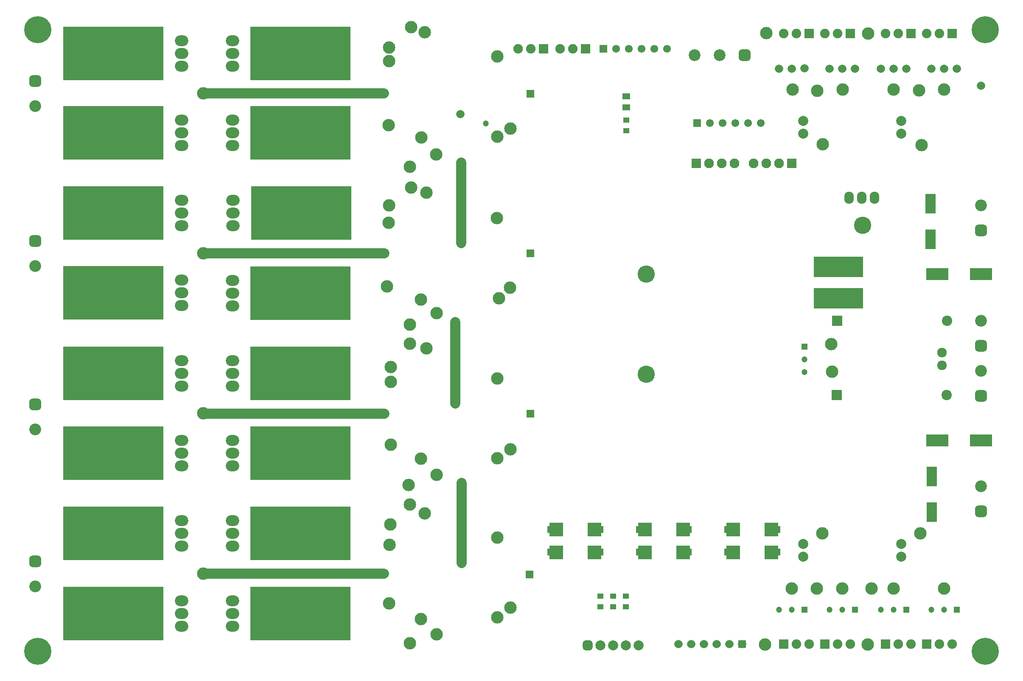
<source format=gbr>
%TF.GenerationSoftware,Altium Limited,Altium Designer,21.6.4 (81)*%
G04 Layer_Color=8388736*
%FSLAX43Y43*%
%MOMM*%
%TF.SameCoordinates,95A2699C-722C-4572-8EE5-7BEA9F810E30*%
%TF.FilePolarity,Negative*%
%TF.FileFunction,Soldermask,Top*%
%TF.Part,Single*%
G01*
G75*
%TA.AperFunction,SMDPad,CuDef*%
%ADD10R,1.508X1.157*%
%ADD11R,1.200X1.100*%
%ADD13R,2.108X1.397*%
%ADD15R,2.000X4.000*%
%TA.AperFunction,ComponentPad*%
%ADD23R,1.550X1.550*%
%ADD24C,1.550*%
%ADD33R,1.200X1.200*%
%ADD34C,1.200*%
%ADD37R,2.057X2.057*%
%ADD38C,2.057*%
%ADD43R,1.200X1.200*%
%TA.AperFunction,NonConductor*%
%ADD101C,2.000*%
%TA.AperFunction,ComponentPad*%
%ADD109C,2.489*%
%ADD110O,2.686X2.178*%
%ADD111C,4.972*%
%ADD112C,3.448*%
%ADD114C,2.000*%
G04:AMPARAMS|DCode=115|XSize=2mm|YSize=2mm|CornerRadius=0.6mm|HoleSize=0mm|Usage=FLASHONLY|Rotation=0.000|XOffset=0mm|YOffset=0mm|HoleType=Round|Shape=RoundedRectangle|*
%AMROUNDEDRECTD115*
21,1,2.000,0.800,0,0,0.0*
21,1,0.800,2.000,0,0,0.0*
1,1,1.200,0.400,-0.400*
1,1,1.200,-0.400,-0.400*
1,1,1.200,-0.400,0.400*
1,1,1.200,0.400,0.400*
%
%ADD115ROUNDEDRECTD115*%
%ADD116R,2.686X2.686*%
G04:AMPARAMS|DCode=117|XSize=2.35mm|YSize=2.35mm|CornerRadius=0.688mm|HoleSize=0mm|Usage=FLASHONLY|Rotation=90.000|XOffset=0mm|YOffset=0mm|HoleType=Round|Shape=RoundedRectangle|*
%AMROUNDEDRECTD117*
21,1,2.350,0.975,0,0,90.0*
21,1,0.975,2.350,0,0,90.0*
1,1,1.375,0.488,0.488*
1,1,1.375,0.488,-0.488*
1,1,1.375,-0.488,-0.488*
1,1,1.375,-0.488,0.488*
%
%ADD117ROUNDEDRECTD117*%
%ADD118C,2.350*%
%ADD119C,1.900*%
%ADD120R,1.900X1.900*%
%ADD121C,1.924*%
%ADD122C,1.950*%
%ADD123R,1.950X1.950*%
G04:AMPARAMS|DCode=124|XSize=2.35mm|YSize=2.35mm|CornerRadius=0.688mm|HoleSize=0mm|Usage=FLASHONLY|Rotation=180.000|XOffset=0mm|YOffset=0mm|HoleType=Round|Shape=RoundedRectangle|*
%AMROUNDEDRECTD124*
21,1,2.350,0.975,0,0,180.0*
21,1,0.975,2.350,0,0,180.0*
1,1,1.375,-0.488,0.488*
1,1,1.375,0.488,0.488*
1,1,1.375,0.488,-0.488*
1,1,1.375,-0.488,-0.488*
%
%ADD124ROUNDEDRECTD124*%
%TA.AperFunction,ViaPad*%
%ADD125C,5.400*%
%ADD126C,1.670*%
%ADD127C,1.200*%
%TA.AperFunction,NonConductor*%
%ADD131R,20.066X10.668*%
%TA.AperFunction,SMDPad,CuDef*%
%ADD134R,9.900X4.150*%
%ADD135R,4.500X2.400*%
%TA.AperFunction,ComponentPad*%
%ADD136O,1.924X2.432*%
D10*
X-77089Y114073D02*
D03*
Y116225D02*
D03*
D11*
Y111500D02*
D03*
Y109400D02*
D03*
X-77216Y16504D02*
D03*
Y14404D02*
D03*
X-79756D02*
D03*
Y16504D02*
D03*
X-82296Y14404D02*
D03*
Y16504D02*
D03*
D13*
X-82702Y25284D02*
D03*
Y29754D02*
D03*
X-91796D02*
D03*
Y25284D02*
D03*
X-47396D02*
D03*
Y29754D02*
D03*
X-56490D02*
D03*
Y25284D02*
D03*
X-65049D02*
D03*
Y29754D02*
D03*
X-74143D02*
D03*
Y25284D02*
D03*
D15*
X-16129Y40334D02*
D03*
Y33234D02*
D03*
X-16383Y87723D02*
D03*
Y94823D02*
D03*
D23*
X-96266Y116723D02*
D03*
Y84923D02*
D03*
X-96393Y20788D02*
D03*
X-53975Y6945D02*
D03*
X-62992Y110877D02*
D03*
X-81661Y125690D02*
D03*
X-96239Y52919D02*
D03*
D24*
X-125376Y116723D02*
D03*
Y84923D02*
D03*
X-125503Y20788D02*
D03*
X-66675Y6945D02*
D03*
X-64135D02*
D03*
X-61595D02*
D03*
X-59055D02*
D03*
X-56515D02*
D03*
X-60452Y110877D02*
D03*
X-57912D02*
D03*
X-55372D02*
D03*
X-52832D02*
D03*
X-50292Y110877D02*
D03*
X-79121Y125690D02*
D03*
X-76581D02*
D03*
X-74041D02*
D03*
X-71501D02*
D03*
X-68961D02*
D03*
X-125349Y52919D02*
D03*
D33*
X-16256Y121753D02*
D03*
X-26289Y121748D02*
D03*
X-36576Y121753D02*
D03*
X-46609D02*
D03*
X-21209Y13803D02*
D03*
X-11176D02*
D03*
X-31496D02*
D03*
X-41529D02*
D03*
D34*
X-13716Y121753D02*
D03*
X-11176D02*
D03*
X-23749Y121748D02*
D03*
X-21209D02*
D03*
X-34036Y121753D02*
D03*
X-31496D02*
D03*
X-44069D02*
D03*
X-41529D02*
D03*
X-26289Y13803D02*
D03*
X-23749D02*
D03*
X-16256D02*
D03*
X-13716D02*
D03*
X-36576D02*
D03*
X-34036D02*
D03*
X-46609D02*
D03*
X-44069D02*
D03*
X-41534Y63714D02*
D03*
Y61174D02*
D03*
D37*
X-34975Y71432D02*
D03*
X-35103Y56602D02*
D03*
D38*
X-13080Y71432D02*
D03*
X-13208Y56602D02*
D03*
D43*
X-41534Y66254D02*
D03*
D101*
X-161500Y116800D02*
X-125453D01*
X-161544Y84923D02*
X-125376D01*
X-161544Y52919D02*
X-125349D01*
X-161522Y21020D02*
X-125398D01*
X-109982Y23118D02*
Y39118D01*
X-111250Y54925D02*
Y71225D01*
X-110008Y86920D02*
Y103008D01*
D109*
X-124460Y15073D02*
D03*
X-118000Y108000D02*
D03*
X-118110Y43902D02*
D03*
X-102923Y91956D02*
D03*
X-114935Y8850D02*
D03*
X-100203Y109815D02*
D03*
X-102870Y108164D02*
D03*
X-43942Y117562D02*
D03*
X-38989Y117308D02*
D03*
X-33953Y117606D02*
D03*
X-23749Y117562D02*
D03*
X-18669Y117435D02*
D03*
X-13716Y117562D02*
D03*
X-49403Y6818D02*
D03*
X-28956D02*
D03*
X-37973Y29043D02*
D03*
X-34036Y17994D02*
D03*
X-39116D02*
D03*
X-44069D02*
D03*
X-28194D02*
D03*
X-23749D02*
D03*
X-13716D02*
D03*
X-18415Y29043D02*
D03*
X-36068Y61301D02*
D03*
X-36195Y66762D02*
D03*
X-18161Y106513D02*
D03*
X-37910Y106675D02*
D03*
X-49149Y128865D02*
D03*
X-28829Y128738D02*
D03*
X-124460Y123277D02*
D03*
X-120000Y130000D02*
D03*
X-117348Y128992D02*
D03*
X-102870Y124166D02*
D03*
X-124500Y110500D02*
D03*
X-115062Y104608D02*
D03*
X-120269Y102195D02*
D03*
X-120000Y98000D02*
D03*
X-117000Y97000D02*
D03*
X-124460Y94500D02*
D03*
X-124500Y91000D02*
D03*
X-102489Y75906D02*
D03*
X-100330Y78065D02*
D03*
X-124841Y78319D02*
D03*
X-118110Y75652D02*
D03*
X-114935Y72985D02*
D03*
X-120269Y70699D02*
D03*
Y66889D02*
D03*
X-116997Y65965D02*
D03*
X-124079Y62190D02*
D03*
Y59269D02*
D03*
Y46696D02*
D03*
X-114935Y40727D02*
D03*
X-120523Y38695D02*
D03*
X-120269Y34758D02*
D03*
X-117300Y33025D02*
D03*
X-124206Y30821D02*
D03*
X-124333Y26757D02*
D03*
X-100203Y45807D02*
D03*
X-102870Y44029D02*
D03*
Y28154D02*
D03*
Y12279D02*
D03*
X-100203Y14184D02*
D03*
X-120269Y7072D02*
D03*
X-118110Y11898D02*
D03*
X-124460Y126000D02*
D03*
X-161500Y21000D02*
D03*
Y84923D02*
D03*
X-102870Y59904D02*
D03*
X-161500Y53000D02*
D03*
Y116800D02*
D03*
D110*
X-155702Y42505D02*
D03*
Y45045D02*
D03*
Y47585D02*
D03*
Y31583D02*
D03*
Y29043D02*
D03*
Y26503D02*
D03*
Y15581D02*
D03*
Y13041D02*
D03*
Y10501D02*
D03*
Y63460D02*
D03*
Y60920D02*
D03*
Y58380D02*
D03*
Y79462D02*
D03*
Y76922D02*
D03*
Y74382D02*
D03*
X-155575Y95464D02*
D03*
Y92924D02*
D03*
Y90384D02*
D03*
X-155702Y111466D02*
D03*
Y108926D02*
D03*
Y106386D02*
D03*
X-165862Y10501D02*
D03*
Y13041D02*
D03*
Y15581D02*
D03*
Y26503D02*
D03*
Y29043D02*
D03*
Y31583D02*
D03*
Y42505D02*
D03*
Y45045D02*
D03*
Y47585D02*
D03*
Y58380D02*
D03*
Y60920D02*
D03*
Y63460D02*
D03*
Y74509D02*
D03*
Y77049D02*
D03*
Y79589D02*
D03*
Y90384D02*
D03*
Y92924D02*
D03*
Y95464D02*
D03*
Y106386D02*
D03*
Y108926D02*
D03*
Y111466D02*
D03*
X-155702Y127341D02*
D03*
Y124801D02*
D03*
Y122261D02*
D03*
X-165862D02*
D03*
Y124801D02*
D03*
Y127341D02*
D03*
D111*
X-135509Y45045D02*
D03*
Y29043D02*
D03*
Y13041D02*
D03*
Y60920D02*
D03*
Y76922D02*
D03*
X-135382Y92924D02*
D03*
X-135509Y108926D02*
D03*
X-186055Y13041D02*
D03*
Y29043D02*
D03*
Y45045D02*
D03*
Y60920D02*
D03*
Y77049D02*
D03*
Y92924D02*
D03*
Y108926D02*
D03*
X-135509Y124801D02*
D03*
X-186055D02*
D03*
D112*
X-29972Y90511D02*
D03*
X-73152Y80732D02*
D03*
Y60793D02*
D03*
D114*
X-79756Y6691D02*
D03*
X-82296D02*
D03*
X-77216D02*
D03*
X-74676D02*
D03*
X-22225Y24344D02*
D03*
Y26884D02*
D03*
X-41783Y24344D02*
D03*
Y26884D02*
D03*
Y111334D02*
D03*
Y108794D02*
D03*
X-22225Y108799D02*
D03*
Y111339D02*
D03*
D115*
X-84836Y6691D02*
D03*
D116*
X-91059Y25233D02*
D03*
Y29805D02*
D03*
X-83439D02*
D03*
Y25233D02*
D03*
X-55753D02*
D03*
Y29805D02*
D03*
X-48133D02*
D03*
Y25233D02*
D03*
X-73406D02*
D03*
Y29805D02*
D03*
X-65786D02*
D03*
Y25233D02*
D03*
D117*
X-6350Y66432D02*
D03*
Y56428D02*
D03*
Y33441D02*
D03*
Y89448D02*
D03*
X-195064Y119300D02*
D03*
X-195072Y87383D02*
D03*
X-195064Y54784D02*
D03*
Y23415D02*
D03*
D118*
X-6350Y71432D02*
D03*
Y61428D02*
D03*
Y38441D02*
D03*
Y94448D02*
D03*
X-63500Y124420D02*
D03*
X-58500D02*
D03*
X-195064Y114300D02*
D03*
X-195072Y82383D02*
D03*
X-195064Y49784D02*
D03*
Y18415D02*
D03*
D119*
X-12065Y6945D02*
D03*
X-14605D02*
D03*
X-20320D02*
D03*
X-22860D02*
D03*
X-40640D02*
D03*
X-43180D02*
D03*
X-32385D02*
D03*
X-34925D02*
D03*
X-14605Y128738D02*
D03*
X-17145D02*
D03*
X-22860D02*
D03*
X-25400D02*
D03*
X-34925Y128784D02*
D03*
X-37465D02*
D03*
X-43180D02*
D03*
X-45720D02*
D03*
X-90297Y125736D02*
D03*
X-87757D02*
D03*
X-98679Y125690D02*
D03*
X-96139D02*
D03*
D120*
X-17145Y6945D02*
D03*
X-25400D02*
D03*
X-45720D02*
D03*
X-37465D02*
D03*
X-12065Y128738D02*
D03*
X-20320D02*
D03*
X-32385Y128784D02*
D03*
X-40640D02*
D03*
X-85217Y125736D02*
D03*
X-93599Y125690D02*
D03*
D121*
X-14097Y65071D02*
D03*
Y62571D02*
D03*
D122*
X-55499Y102830D02*
D03*
X-58039D02*
D03*
X-60579D02*
D03*
X-51689D02*
D03*
X-49149D02*
D03*
X-46609D02*
D03*
D123*
X-63119D02*
D03*
X-44069D02*
D03*
D124*
X-53500Y124420D02*
D03*
D125*
X-5500Y129500D02*
D03*
X-194500D02*
D03*
X-5500Y5500D02*
D03*
X-194500D02*
D03*
D126*
X-125376Y116723D02*
D03*
Y84923D02*
D03*
X-110178Y112644D02*
D03*
X-6330Y118314D02*
D03*
X-36195Y66762D02*
D03*
X-36068Y61301D02*
D03*
X-44069Y17994D02*
D03*
X-39116D02*
D03*
X-34082Y18040D02*
D03*
X-23749Y17994D02*
D03*
X-28194D02*
D03*
X-49149Y128865D02*
D03*
X-28829Y128738D02*
D03*
X-13716Y121753D02*
D03*
X-11176D02*
D03*
X-16256D02*
D03*
X-21209Y121775D02*
D03*
X-23749Y121748D02*
D03*
X-26289D02*
D03*
X-31496D02*
D03*
X-34036Y121753D02*
D03*
X-36576D02*
D03*
X-41529Y121807D02*
D03*
X-46609Y121753D02*
D03*
X-37910Y106675D02*
D03*
X-22225Y111339D02*
D03*
Y108799D02*
D03*
X-18161Y106513D02*
D03*
X-13716Y117562D02*
D03*
X-18669Y117435D02*
D03*
X-23749Y117562D02*
D03*
X-33934Y117587D02*
D03*
X-38989Y117308D02*
D03*
X-44069Y121753D02*
D03*
X-43942Y117562D02*
D03*
X-161500Y21000D02*
D03*
Y53000D02*
D03*
Y84923D02*
D03*
Y116800D02*
D03*
X-102870Y124166D02*
D03*
X-100203Y109815D02*
D03*
X-102870Y108164D02*
D03*
X-102923Y91956D02*
D03*
X-124079Y46696D02*
D03*
X-118110Y43902D02*
D03*
X-120434Y38695D02*
D03*
X-102870Y28154D02*
D03*
X-120269Y34758D02*
D03*
X-117300Y33025D02*
D03*
X-124206Y30821D02*
D03*
X-124333Y26757D02*
D03*
X-100203Y14184D02*
D03*
X-102870Y12279D02*
D03*
X-124460Y15073D02*
D03*
X-118110Y11898D02*
D03*
X-114935Y8850D02*
D03*
X-120269Y7072D02*
D03*
X-64135Y6945D02*
D03*
X-66675D02*
D03*
X-61595D02*
D03*
X-59055D02*
D03*
X-56515D02*
D03*
X-53975D02*
D03*
X-49403Y6818D02*
D03*
X-45720Y6945D02*
D03*
X-43180D02*
D03*
X-40640D02*
D03*
X-37465D02*
D03*
X-34925D02*
D03*
X-32385D02*
D03*
X-28956Y6818D02*
D03*
X-25400Y6945D02*
D03*
X-22860D02*
D03*
X-20320D02*
D03*
X-17145D02*
D03*
X-14605D02*
D03*
X-12065D02*
D03*
X-13716Y17994D02*
D03*
X-18415Y29043D02*
D03*
X-22225Y26884D02*
D03*
Y24344D02*
D03*
X-37973Y29043D02*
D03*
X-41783Y26884D02*
D03*
Y24344D02*
D03*
X-48133Y25233D02*
D03*
Y29805D02*
D03*
X-55753Y25233D02*
D03*
Y29805D02*
D03*
X-65786Y25233D02*
D03*
Y29805D02*
D03*
X-73406D02*
D03*
Y25233D02*
D03*
X-83439D02*
D03*
X-91059D02*
D03*
Y29805D02*
D03*
X-83439D02*
D03*
X-114935Y40727D02*
D03*
X-102870Y44029D02*
D03*
X-100203Y45807D02*
D03*
X-102870Y59967D02*
D03*
X-100330Y78065D02*
D03*
X-102489Y75906D02*
D03*
X-125349Y52919D02*
D03*
X-124079Y62190D02*
D03*
Y59269D02*
D03*
X-114935Y72985D02*
D03*
X-117025Y65937D02*
D03*
X-120269Y66889D02*
D03*
Y70699D02*
D03*
X-118110Y75652D02*
D03*
X-124841Y78319D02*
D03*
X-120000Y130000D02*
D03*
X-117348Y128992D02*
D03*
X-124460Y126000D02*
D03*
Y123277D02*
D03*
X-124500Y110500D02*
D03*
X-118000Y108000D02*
D03*
X-115062Y104608D02*
D03*
X-117000Y97000D02*
D03*
X-120269Y102195D02*
D03*
X-120000Y98000D02*
D03*
X-124460Y94500D02*
D03*
X-124500Y91000D02*
D03*
X-117348Y128992D02*
D03*
X-124460Y126000D02*
D03*
X-120000Y130000D02*
D03*
D127*
X-105111Y110821D02*
D03*
D131*
X-142113Y45045D02*
D03*
Y29043D02*
D03*
Y13041D02*
D03*
Y60920D02*
D03*
Y76922D02*
D03*
X-141986Y92924D02*
D03*
X-142113Y108926D02*
D03*
X-179451Y13041D02*
D03*
Y29043D02*
D03*
Y45045D02*
D03*
Y60920D02*
D03*
Y77049D02*
D03*
Y92924D02*
D03*
Y108926D02*
D03*
X-142113Y124801D02*
D03*
X-179451D02*
D03*
D134*
X-34798Y75956D02*
D03*
Y82206D02*
D03*
D135*
X-6350Y80732D02*
D03*
X-15050D02*
D03*
X-6350Y47585D02*
D03*
X-15050D02*
D03*
D136*
X-32639Y95972D02*
D03*
X-30099D02*
D03*
X-27559D02*
D03*
%TF.MD5,5520942abe848b299b02153d51a24a05*%
M02*

</source>
